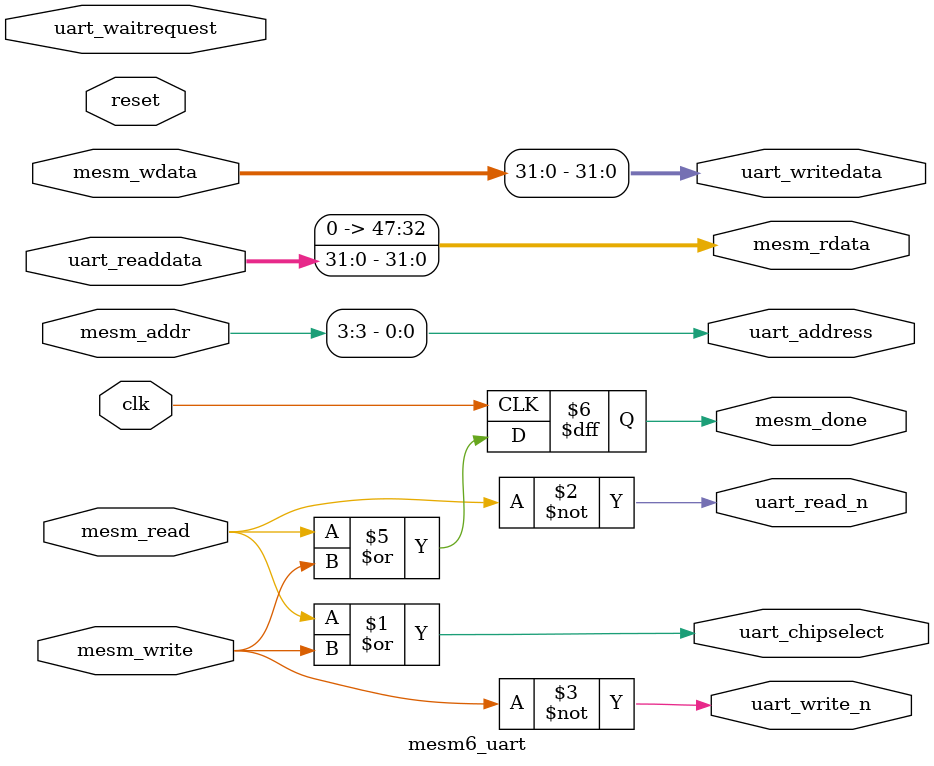
<source format=sv>
`timescale 1ns / 1ps
`default_nettype none

`define REG_CTRL   'o4
`define REG_DATA   'o0

module mesm6_uart(
    input   wire        clk,
    input   wire        reset,

    // MESM-6 side
    input  wire [14:0]  mesm_addr,
    input  wire         mesm_read,
    input  wire         mesm_write,
    output wire [47:0]  mesm_rdata,
    input  wire [47:0]  mesm_wdata,
    output reg          mesm_done,

    // Avalon side
    output  wire        uart_chipselect,  //  uart.chipselect
    output  wire        uart_address,     //      .address
    output  wire        uart_read_n,      //      .read_n
    input   wire [31:0] uart_readdata,    //      .readdata
    output  wire        uart_write_n,     //      .write_n
    output  wire [31:0] uart_writedata,   //      .writedata
    input   wire        uart_waitrequest  //      .waitrequest;
);

assign mesm_rdata = uart_readdata;

assign uart_chipselect = mesm_read | mesm_write;

assign uart_read_n  = ~mesm_read;
assign uart_write_n = ~mesm_write;

assign uart_address = mesm_addr[3];

assign uart_writedata = mesm_wdata;

always @(posedge clk) begin
    mesm_done <= mesm_read | mesm_write;
end

endmodule

</source>
